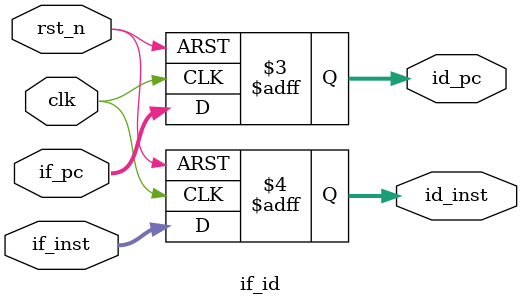
<source format=v>
`timescale 1ns / 1ps


module if_id(
    input              clk,
    input              rst_n,
    input [31:0]       if_pc,
    input [31:0]       if_inst,
    output reg [31:0]  id_pc,
    output reg [31:0]  id_inst
    );
    
always @ (posedge clk or negedge rst_n) begin
    if(~rst_n) begin
        id_pc <= 32'b0;
        id_inst <= 32'b0;
    end
    else begin
        id_pc <= if_pc;
        id_inst <= if_inst;
    end
end
endmodule

</source>
